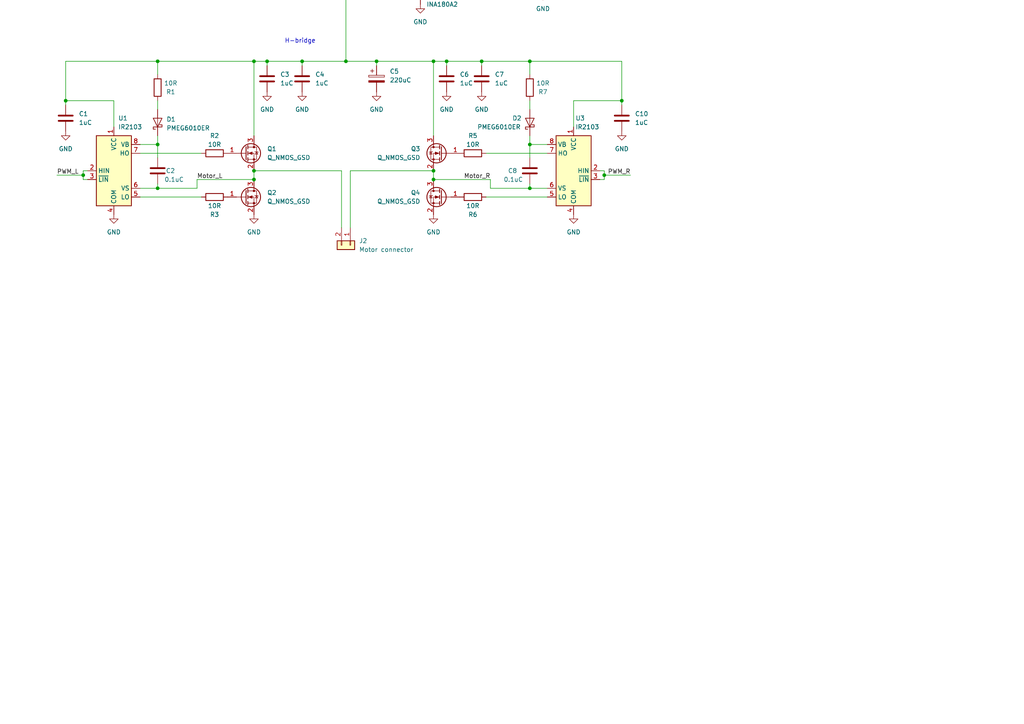
<source format=kicad_sch>
(kicad_sch (version 20211123) (generator eeschema)
  (paper "A4")
  (lib_symbols
    (symbol "Amplifier_Current:INA180A1" (pin_names (offset 0.127))
      (property "Reference" "U" (at 3.81 3.81 0))
      (property "Value" "INA180A1" (at 3.81 -2.54 0))
      (symbol "INA180A1_1_1"
        (pin output line (at 7.62 0 180) (length 2.54) (name "~") (number "1"))
        (pin power_in line (at -2.54 -7.62 90) (length 3.81) (name "GND") (number "2"))
        (pin input line (at -7.62 2.54 0) (length 2.54) (name "+") (number "3"))
        (pin input line (at -7.62 -2.54 0) (length 2.54) (name "-") (number "4"))
        (pin power_in line (at -2.54 7.62 270) (length 3.81) (name "V+") (number "5"))
      )
    )
    (symbol "Connector:DB9_Male" (pin_names (offset 1.016) hide)
      (property "Reference" "J" (at 0 13.97 0))
      (property "Value" "DB9_Male" (at 0 -14.605 0))
      (symbol "DB9_Male_1_1"
        (pin passive line (at -7.62 -10.16 0) (length 3.81) (name "1") (number "1"))
        (pin passive line (at -7.62 -5.08 0) (length 3.81) (name "2") (number "2"))
        (pin passive line (at -7.62 0 0) (length 3.81) (name "3") (number "3"))
        (pin passive line (at -7.62 5.08 0) (length 3.81) (name "4") (number "4"))
        (pin passive line (at -7.62 10.16 0) (length 3.81) (name "5") (number "5"))
        (pin passive line (at -7.62 -7.62 0) (length 3.81) (name "6") (number "6"))
        (pin passive line (at -7.62 -2.54 0) (length 3.81) (name "7") (number "7"))
        (pin passive line (at -7.62 2.54 0) (length 3.81) (name "8") (number "8"))
        (pin passive line (at -7.62 7.62 0) (length 3.81) (name "9") (number "9"))
      )
    )
    (symbol "Connector_Generic:Conn_01x02" (pin_names (offset 1.016) hide)
      (property "Reference" "J" (at 0 2.54 0))
      (property "Value" "Conn_01x02" (at 0 -5.08 0))
      (symbol "Conn_01x02_1_1"
        (pin passive line (at -5.08 0 0) (length 3.81) (name "Pin_1") (number "1"))
        (pin passive line (at -5.08 -2.54 0) (length 3.81) (name "Pin_2") (number "2"))
      )
    )
    (symbol "Connector_Generic:Conn_02x20_Odd_Even" (pin_names (offset 1.016) hide)
      (property "Reference" "J" (at 1.27 25.4 0))
      (property "Value" "Conn_02x20_Odd_Even" (at 1.27 -27.94 0))
      (symbol "Conn_02x20_Odd_Even_1_1"
        (pin passive line (at -5.08 22.86 0) (length 3.81) (name "Pin_1") (number "1"))
        (pin passive line (at 7.62 12.7 180) (length 3.81) (name "Pin_10") (number "10"))
        (pin passive line (at -5.08 10.16 0) (length 3.81) (name "Pin_11") (number "11"))
        (pin passive line (at 7.62 10.16 180) (length 3.81) (name "Pin_12") (number "12"))
        (pin passive line (at -5.08 7.62 0) (length 3.81) (name "Pin_13") (number "13"))
        (pin passive line (at 7.62 7.62 180) (length 3.81) (name "Pin_14") (number "14"))
        (pin passive line (at -5.08 5.08 0) (length 3.81) (name "Pin_15") (number "15"))
        (pin passive line (at 7.62 5.08 180) (length 3.81) (name "Pin_16") (number "16"))
        (pin passive line (at -5.08 2.54 0) (length 3.81) (name "Pin_17") (number "17"))
        (pin passive line (at 7.62 2.54 180) (length 3.81) (name "Pin_18") (number "18"))
        (pin passive line (at -5.08 0 0) (length 3.81) (name "Pin_19") (number "19"))
        (pin passive line (at 7.62 22.86 180) (length 3.81) (name "Pin_2") (number "2"))
        (pin passive line (at 7.62 0 180) (length 3.81) (name "Pin_20") (number "20"))
        (pin passive line (at -5.08 -2.54 0) (length 3.81) (name "Pin_21") (number "21"))
        (pin passive line (at 7.62 -2.54 180) (length 3.81) (name "Pin_22") (number "22"))
        (pin passive line (at -5.08 -5.08 0) (length 3.81) (name "Pin_23") (number "23"))
        (pin passive line (at 7.62 -5.08 180) (length 3.81) (name "Pin_24") (number "24"))
        (pin passive line (at -5.08 -7.62 0) (length 3.81) (name "Pin_25") (number "25"))
        (pin passive line (at 7.62 -7.62 180) (length 3.81) (name "Pin_26") (number "26"))
        (pin passive line (at -5.08 -10.16 0) (length 3.81) (name "Pin_27") (number "27"))
        (pin passive line (at 7.62 -10.16 180) (length 3.81) (name "Pin_28") (number "28"))
        (pin passive line (at -5.08 -12.7 0) (length 3.81) (name "Pin_29") (number "29"))
        (pin passive line (at -5.08 20.32 0) (length 3.81) (name "Pin_3") (number "3"))
        (pin passive line (at 7.62 -12.7 180) (length 3.81) (name "Pin_30") (number "30"))
        (pin passive line (at -5.08 -15.24 0) (length 3.81) (name "Pin_31") (number "31"))
        (pin passive line (at 7.62 -15.24 180) (length 3.81) (name "Pin_32") (number "32"))
        (pin passive line (at -5.08 -17.78 0) (length 3.81) (name "Pin_33") (number "33"))
        (pin passive line (at 7.62 -17.78 180) (length 3.81) (name "Pin_34") (number "34"))
        (pin passive line (at -5.08 -20.32 0) (length 3.81) (name "Pin_35") (number "35"))
        (pin passive line (at 7.62 -20.32 180) (length 3.81) (name "Pin_36") (number "36"))
        (pin passive line (at -5.08 -22.86 0) (length 3.81) (name "Pin_37") (number "37"))
        (pin passive line (at 7.62 -22.86 180) (length 3.81) (name "Pin_38") (number "38"))
        (pin passive line (at -5.08 -25.4 0) (length 3.81) (name "Pin_39") (number "39"))
        (pin passive line (at 7.62 20.32 180) (length 3.81) (name "Pin_4") (number "4"))
        (pin passive line (at 7.62 -25.4 180) (length 3.81) (name "Pin_40") (number "40"))
        (pin passive line (at -5.08 17.78 0) (length 3.81) (name "Pin_5") (number "5"))
        (pin passive line (at 7.62 17.78 180) (length 3.81) (name "Pin_6") (number "6"))
        (pin passive line (at -5.08 15.24 0) (length 3.81) (name "Pin_7") (number "7"))
        (pin passive line (at 7.62 15.24 180) (length 3.81) (name "Pin_8") (number "8"))
        (pin passive line (at -5.08 12.7 0) (length 3.81) (name "Pin_9") (number "9"))
      )
    )
    (symbol "Device:C" (pin_numbers hide) (pin_names (offset 0.254))
      (property "Reference" "C" (at 0.635 2.54 0))
      (property "Value" "C" (at 0.635 -2.54 0))
      (symbol "C_1_1"
        (pin passive line (at 0 3.81 270) (length 2.794) (name "~") (number "1"))
        (pin passive line (at 0 -3.81 90) (length 2.794) (name "~") (number "2"))
      )
    )
    (symbol "Device:C_Polarized" (pin_numbers hide) (pin_names (offset 0.254))
      (property "Reference" "C" (at 0.635 2.54 0))
      (property "Value" "C_Polarized" (at 0.635 -2.54 0))
      (symbol "C_Polarized_1_1"
        (pin passive line (at 0 3.81 270) (length 2.794) (name "~") (number "1"))
        (pin passive line (at 0 -3.81 90) (length 2.794) (name "~") (number "2"))
      )
    )
    (symbol "Device:Q_NMOS_GSD" (pin_names (offset 0) hide)
      (property "Reference" "Q" (at 5.08 1.27 0))
      (property "Value" "Q_NMOS_GSD" (at 5.08 -1.27 0))
      (symbol "Q_NMOS_GSD_1_1"
        (pin input line (at -5.08 0 0) (length 2.54) (name "G") (number "1"))
        (pin passive line (at 2.54 -5.08 90) (length 2.54) (name "S") (number "2"))
        (pin passive line (at 2.54 5.08 270) (length 2.54) (name "D") (number "3"))
      )
    )
    (symbol "Device:R" (pin_numbers hide) (pin_names (offset 0))
      (property "Reference" "R" (at 2.032 0 90))
      (property "Value" "R" (at 0 0 90))
      (symbol "R_1_1"
        (pin passive line (at 0 3.81 270) (length 1.27) (name "~") (number "1"))
        (pin passive line (at 0 -3.81 90) (length 1.27) (name "~") (number "2"))
      )
    )
    (symbol "Diode:PMEG6010ER" (pin_numbers hide) (pin_names hide)
      (property "Reference" "D" (at 0 2.54 0))
      (property "Value" "PMEG6010ER" (at 0 -2.54 0))
      (symbol "PMEG6010ER_1_1"
        (pin passive line (at -3.81 0 0) (length 2.54) (name "K") (number "1"))
        (pin passive line (at 3.81 0 180) (length 2.54) (name "A") (number "2"))
      )
    )
    (symbol "Driver_FET:IR2103"
      (property "Reference" "U" (at 1.27 13.335 0))
      (property "Value" "IR2103" (at 1.27 11.43 0))
      (symbol "IR2103_1_1"
        (pin power_in line (at 0 12.7 270) (length 2.54) (name "VCC") (number "1"))
        (pin input line (at -7.62 0 0) (length 2.54) (name "HIN") (number "2"))
        (pin input line (at -7.62 -2.54 0) (length 2.54) (name "~{LIN}") (number "3"))
        (pin power_in line (at 0 -12.7 90) (length 2.54) (name "COM") (number "4"))
        (pin output line (at 7.62 -7.62 180) (length 2.54) (name "LO") (number "5"))
        (pin passive line (at 7.62 -5.08 180) (length 2.54) (name "VS") (number "6"))
        (pin output line (at 7.62 5.08 180) (length 2.54) (name "HO") (number "7"))
        (pin passive line (at 7.62 7.62 180) (length 2.54) (name "VB") (number "8"))
      )
    )
    (symbol "Interface_UART_custom:SP3243E"
      (property "Reference" "U" (at -7.62 15.24 0))
      (property "Value" "SP3243E" (at 5.08 15.24 0))
      (symbol "SP3243E_1_1"
        (pin passive line (at -10.16 5.08 0) (length 2.54) (name "C2+") (number "1"))
        (pin output line (at 11.43 -3.81 180) (length 2.54) (name "DOUT2") (number "10"))
        (pin output line (at 11.43 -6.35 180) (length 2.54) (name "DOUT3") (number "11"))
        (pin input line (at -10.16 -6.35 0) (length 2.54) (name "DIN3") (number "12"))
        (pin input line (at -10.16 -3.81 0) (length 2.54) (name "DIN2") (number "13"))
        (pin input line (at -10.16 -1.27 0) (length 2.54) (name "DIN1") (number "14"))
        (pin output line (at -10.16 -22.86 0) (length 2.54) (name "ROUT5") (number "15"))
        (pin output line (at -10.16 -20.32 0) (length 2.54) (name "ROUT4") (number "16"))
        (pin output line (at -10.16 -17.78 0) (length 2.54) (name "ROUT3") (number "17"))
        (pin output line (at -10.16 -12.7 0) (length 2.54) (name "ROUT2") (number "18"))
        (pin output line (at -10.16 -10.16 0) (length 2.54) (name "ROUT1") (number "19"))
        (pin passive line (at -10.16 2.54 0) (length 2.54) (name "C2-") (number "2"))
        (pin output line (at -10.16 -15.24 0) (length 2.54) (name "~{ROUT2}") (number "20"))
        (pin input line (at -10.16 -26.67 0) (length 2.54) (name "~{STATUS}") (number "21"))
        (pin input line (at -10.16 -29.21 0) (length 2.54) (name "~{SDWN}") (number "22"))
        (pin output line (at 11.43 -29.21 180) (length 2.54) (name "~{ONLINE}") (number "23"))
        (pin passive line (at -10.16 8.89 0) (length 2.54) (name "C1-") (number "24"))
        (pin power_in line (at 0 -34.29 90) (length 2.54) (name "GND") (number "25"))
        (pin power_in line (at 0 16.51 270) (length 2.54) (name "VCC") (number "26"))
        (pin power_in line (at 11.43 11.43 180) (length 2.54) (name "V+") (number "27"))
        (pin passive line (at -10.16 11.43 0) (length 2.54) (name "C1+") (number "28"))
        (pin power_in line (at 11.43 8.89 180) (length 2.54) (name "V-") (number "3"))
        (pin input line (at 11.43 -10.16 180) (length 2.54) (name "RIN1") (number "4"))
        (pin input line (at 11.43 -12.7 180) (length 2.54) (name "RIN2") (number "5"))
        (pin input line (at 11.43 -17.78 180) (length 2.54) (name "RIN3") (number "6"))
        (pin input line (at 11.43 -20.32 180) (length 2.54) (name "RIN4") (number "7"))
        (pin input line (at 11.43 -22.86 180) (length 2.54) (name "RIN5") (number "8"))
        (pin output line (at 11.43 -1.27 180) (length 2.54) (name "DOUT1") (number "9"))
      )
    )
    (symbol "power:+12V" (power) (pin_names (offset 0))
      (property "Value" "+12V" (at 0 3.556 0))
      (symbol "+12V_1_1"
        (pin power_in line (at 0 0 90) (length 0) hide (name "+12V") (number "1"))
      )
    )
    (symbol "power:+3V3" (power) (pin_names (offset 0))
      (property "Value" "+3V3" (at 0 3.556 0))
      (symbol "+3V3_1_1"
        (pin power_in line (at 0 0 90) (length 0) hide (name "+3V3") (number "1"))
      )
    )
    (symbol "power:+5V" (power) (pin_names (offset 0))
      (property "Value" "+5V" (at 0 3.556 0))
      (symbol "+5V_1_1"
        (pin power_in line (at 0 0 90) (length 0) hide (name "+5V") (number "1"))
      )
    )
    (symbol "power:GND" (power) (pin_names (offset 0))
      (property "Value" "GND" (at 0 -3.81 0))
      (symbol "GND_1_1"
        (pin power_in line (at 0 0 270) (length 0) hide (name "GND") (number "1"))
      )
    )
    (symbol "power:VBUS" (power) (pin_names (offset 0))
      (property "Value" "VBUS" (at 0 3.81 0))
      (symbol "VBUS_1_1"
        (pin power_in line (at 0 0 90) (length 0) hide (name "VBUS") (number "1"))
      )
    )
  )
  (junction (at 24.13 50.8))
  (junction (at -109.22 93.98))
  (junction (at 109.22 17.78))
  (junction (at -109.22 181.61))
  (junction (at 175.26 50.8))
  (junction (at 100.33 17.78))
  (junction (at 45.72 17.78))
  (junction (at 45.72 54.61))
  (junction (at -109.22 152.4))
  (junction (at 125.73 52.07))
  (junction (at 180.34 29.21))
  (junction (at 73.66 52.07))
  (junction (at 45.72 41.91))
  (junction (at 73.66 49.53))
  (junction (at 139.7 17.78))
  (junction (at -91.44 181.61))
  (junction (at 73.66 17.78))
  (junction (at -91.44 93.98))
  (junction (at 153.67 17.78))
  (junction (at 153.67 54.61))
  (junction (at 129.54 17.78))
  (junction (at -91.44 152.4))
  (junction (at 100.33 -11.43))
  (junction (at 77.47 17.78))
  (junction (at -109.22 123.19))
  (junction (at 100.33 -1.27))
  (junction (at 87.63 17.78))
  (junction (at 153.67 41.91))
  (junction (at 125.73 49.53))
  (junction (at -91.44 123.19))
  (junction (at 125.73 17.78))
  (junction (at 19.05 29.21))
  (wire (pts (xy 140.97 44.45) (xy 158.75 44.45)))
  (wire (pts (xy 45.72 29.21) (xy 45.72 31.75)))
  (wire (pts (xy 369.57 93.98) (xy 374.65 93.98)))
  (wire (pts (xy 318.77 91.44) (xy 323.85 91.44)))
  (wire (pts (xy 45.72 17.78) (xy 45.72 21.59)))
  (wire (pts (xy 345.44 82.55) (xy 350.52 82.55)))
  (wire (pts (xy 326.39 20.32) (xy 326.39 25.4)))
  (wire (pts (xy 153.67 17.78) (xy 180.34 17.78)))
  (wire (pts (xy 129.54 17.78) (xy 125.73 17.78)))
  (wire (pts (xy 369.57 91.44) (xy 374.65 91.44)))
  (wire (pts (xy 175.26 49.53) (xy 175.26 50.8)))
  (wire (pts (xy 345.44 104.14) (xy 350.52 104.14)))
  (wire (pts (xy -110.49 125.73) (xy -110.49 127)))
  (wire (pts (xy 318.77 85.09) (xy 323.85 85.09)))
  (wire (pts (xy 109.22 17.78) (xy 125.73 17.78)))
  (wire (pts (xy 73.66 49.53) (xy 99.06 49.53)))
  (wire (pts (xy 113.03 -3.81) (xy 113.03 -1.27)))
  (wire (pts (xy -91.44 181.61) (xy -85.09 181.61)))
  (wire (pts (xy 140.97 57.15) (xy 158.75 57.15)))
  (wire (pts (xy 129.54 17.78) (xy 129.54 19.05)))
  (wire (pts (xy 24.13 50.8) (xy 24.13 52.07)))
  (wire (pts (xy 100.33 -2.54) (xy 100.33 -1.27)))
  (wire (pts (xy 100.33 -11.43) (xy 100.33 -13.97)))
  (wire (pts (xy 153.67 54.61) (xy 142.24 54.61)))
  (wire (pts (xy 125.73 17.78) (xy 125.73 39.37)))
  (wire (pts (xy 33.02 29.21) (xy 19.05 29.21)))
  (wire (pts (xy 153.67 29.21) (xy 153.67 31.75)))
  (wire (pts (xy -111.76 125.73) (xy -110.49 125.73)))
  (wire (pts (xy 100.33 17.78) (xy 109.22 17.78)))
  (wire (pts (xy 374.65 111.76) (xy 373.38 111.76)))
  (wire (pts (xy 24.13 49.53) (xy 24.13 50.8)))
  (wire (pts (xy -111.76 123.19) (xy -109.22 123.19)))
  (wire (pts (xy 153.67 41.91) (xy 158.75 41.91)))
  (wire (pts (xy 73.66 17.78) (xy 77.47 17.78)))
  (wire (pts (xy -109.22 181.61) (xy -101.6 181.61)))
  (wire (pts (xy -111.76 181.61) (xy -109.22 181.61)))
  (wire (pts (xy 45.72 41.91) (xy 45.72 45.72)))
  (wire (pts (xy 326.39 43.18) (xy 326.39 48.26)))
  (wire (pts (xy 318.77 88.9) (xy 323.85 88.9)))
  (wire (pts (xy 369.57 109.22) (xy 374.65 109.22)))
  (wire (pts (xy 101.6 49.53) (xy 125.73 49.53)))
  (wire (pts (xy 340.36 20.32) (xy 340.36 25.4)))
  (wire (pts (xy 73.66 49.53) (xy 73.66 52.07)))
  (wire (pts (xy -91.44 152.4) (xy -85.09 152.4)))
  (wire (pts (xy 173.99 52.07) (xy 175.26 52.07)))
  (wire (pts (xy 345.44 97.79) (xy 350.52 97.79)))
  (wire (pts (xy 24.13 49.53) (xy 25.4 49.53)))
  (wire (pts (xy 87.63 17.78) (xy 87.63 19.05)))
  (wire (pts (xy -93.98 181.61) (xy -91.44 181.61)))
  (wire (pts (xy 19.05 29.21) (xy 19.05 30.48)))
  (wire (pts (xy 345.44 95.25) (xy 350.52 95.25)))
  (wire (pts (xy 142.24 54.61) (xy 142.24 52.07)))
  (wire (pts (xy 369.57 104.14) (xy 374.65 104.14)))
  (wire (pts (xy 318.77 82.55) (xy 323.85 82.55)))
  (wire (pts (xy 101.6 49.53) (xy 101.6 66.04)))
  (wire (pts (xy 369.57 99.06) (xy 374.65 99.06)))
  (wire (pts (xy 373.38 111.76) (xy 373.38 113.03)))
  (wire (pts (xy 19.05 17.78) (xy 45.72 17.78)))
  (wire (pts (xy 87.63 17.78) (xy 100.33 17.78)))
  (wire (pts (xy -91.44 123.19) (xy -85.09 123.19)))
  (wire (pts (xy 369.57 101.6) (xy 374.65 101.6)))
  (wire (pts (xy 45.72 53.34) (xy 45.72 54.61)))
  (wire (pts (xy 40.64 44.45) (xy 58.42 44.45)))
  (wire (pts (xy -110.49 184.15) (xy -110.49 185.42)))
  (wire (pts (xy 99.06 49.53) (xy 99.06 66.04)))
  (wire (pts (xy 153.67 17.78) (xy 153.67 21.59)))
  (wire (pts (xy -111.76 184.15) (xy -110.49 184.15)))
  (wire (pts (xy -110.49 154.94) (xy -110.49 156.21)))
  (wire (pts (xy 180.34 29.21) (xy 180.34 30.48)))
  (wire (pts (xy 166.37 36.83) (xy 166.37 29.21)))
  (wire (pts (xy 100.33 -1.27) (xy 100.33 17.78)))
  (wire (pts (xy 109.22 17.78) (xy 109.22 19.05)))
  (wire (pts (xy -111.76 154.94) (xy -110.49 154.94)))
  (wire (pts (xy -93.98 152.4) (xy -91.44 152.4)))
  (wire (pts (xy 345.44 100.33) (xy 350.52 100.33)))
  (wire (pts (xy -93.98 123.19) (xy -91.44 123.19)))
  (wire (pts (xy 25.4 52.07) (xy 24.13 52.07)))
  (wire (pts (xy -111.76 96.52) (xy -110.49 96.52)))
  (wire (pts (xy 153.67 41.91) (xy 153.67 45.72)))
  (wire (pts (xy 139.7 17.78) (xy 129.54 17.78)))
  (wire (pts (xy 77.47 17.78) (xy 87.63 17.78)))
  (wire (pts (xy 113.03 -8.89) (xy 113.03 -11.43)))
  (wire (pts (xy 125.73 52.07) (xy 142.24 52.07)))
  (wire (pts (xy -111.76 152.4) (xy -109.22 152.4)))
  (wire (pts (xy -109.22 152.4) (xy -101.6 152.4)))
  (wire (pts (xy 345.44 85.09) (xy 350.52 85.09)))
  (wire (pts (xy 340.36 55.88) (xy 340.36 60.96)))
  (wire (pts (xy -91.44 93.98) (xy -85.09 93.98)))
  (wire (pts (xy 57.15 52.07) (xy 57.15 54.61)))
  (wire (pts (xy 139.7 17.78) (xy 153.67 17.78)))
  (wire (pts (xy 116.84 -3.81) (xy 113.03 -3.81)))
  (wire (pts (xy 369.57 96.52) (xy 374.65 96.52)))
  (wire (pts (xy 340.36 33.02) (xy 340.36 38.1)))
  (wire (pts (xy -109.22 93.98) (xy -101.6 93.98)))
  (wire (pts (xy 116.84 -8.89) (xy 113.03 -8.89)))
  (wire (pts (xy -109.22 123.19) (xy -101.6 123.19)))
  (wire (pts (xy 158.75 54.61) (xy 153.67 54.61)))
  (wire (pts (xy 40.64 57.15) (xy 58.42 57.15)))
  (wire (pts (xy 45.72 39.37) (xy 45.72 41.91)))
  (wire (pts (xy 73.66 52.07) (xy 57.15 52.07)))
  (wire (pts (xy 175.26 50.8) (xy 175.26 52.07)))
  (wire (pts (xy 113.03 -1.27) (xy 100.33 -1.27)))
  (wire (pts (xy 33.02 36.83) (xy 33.02 29.21)))
  (wire (pts (xy -111.76 93.98) (xy -109.22 93.98)))
  (wire (pts (xy 326.39 33.02) (xy 326.39 38.1)))
  (wire (pts (xy 345.44 106.68) (xy 350.52 106.68)))
  (wire (pts (xy 345.44 114.3) (xy 350.52 114.3)))
  (wire (pts (xy 153.67 39.37) (xy 153.67 41.91)))
  (wire (pts (xy 100.33 -10.16) (xy 100.33 -11.43)))
  (wire (pts (xy 45.72 17.78) (xy 73.66 17.78)))
  (wire (pts (xy 19.05 17.78) (xy 19.05 29.21)))
  (wire (pts (xy 153.67 53.34) (xy 153.67 54.61)))
  (wire (pts (xy 125.73 49.53) (xy 125.73 52.07)))
  (wire (pts (xy 113.03 -11.43) (xy 100.33 -11.43)))
  (wire (pts (xy 166.37 29.21) (xy 180.34 29.21)))
  (wire (pts (xy 40.64 41.91) (xy 45.72 41.91)))
  (wire (pts (xy 57.15 54.61) (xy 45.72 54.61)))
  (wire (pts (xy 45.72 54.61) (xy 40.64 54.61)))
  (wire (pts (xy 139.7 19.05) (xy 139.7 17.78)))
  (wire (pts (xy 16.51 50.8) (xy 24.13 50.8)))
  (wire (pts (xy -110.49 96.52) (xy -110.49 97.79)))
  (wire (pts (xy 345.44 116.84) (xy 350.52 116.84)))
  (wire (pts (xy 345.44 111.76) (xy 350.52 111.76)))
  (wire (pts (xy 369.57 106.68) (xy 374.65 106.68)))
  (wire (pts (xy -93.98 93.98) (xy -91.44 93.98)))
  (wire (pts (xy 73.66 17.78) (xy 73.66 39.37)))
  (wire (pts (xy 175.26 50.8) (xy 182.88 50.8)))
  (wire (pts (xy 180.34 17.78) (xy 180.34 29.21)))
  (wire (pts (xy 77.47 17.78) (xy 77.47 19.05)))
  (wire (pts (xy 175.26 49.53) (xy 173.99 49.53)))
  (text "RS232 Level Translator" (at 322.58 11.43 0) (effects (font (size 1.27 1.27)) (justify left bottom)))
  (text "Current measurement" (at 125.73 -15.24 0) (effects (font (size 1.27 1.27)) (justify left bottom)))
  (text "H-bridge" (at 82.55 12.7 0) (effects (font (size 1.27 1.27)) (justify left bottom)))
  (label "RX" (at 350.52 104.14 180))
  (label "C2-" (at 318.77 91.44 0))
  (label "V+" (at 340.36 60.96 90))
  (label "C1-" (at 318.77 85.09 0))
  (label "PWM_R" (at 182.88 50.8 180))
  (label "PWM_L" (at 16.51 50.8 0))
  (label "DSR" (at 369.57 93.98 0))
  (label "V-" (at 326.39 43.18 270))
  (label "DCD" (at 369.57 91.44 0))
  (label "DTR" (at 350.52 97.79 180))
  (label "SW01" (at -85.09 123.19 180))
  (label "DTR" (at 369.57 106.68 0))
  (label "V+" (at 350.52 82.55 180))
  (label "SW00" (at -85.09 93.98 180))
  (label "C2+" (at 340.36 20.32 270))
  (label "V-" (at 350.52 85.09 180))
  (label "Motor_R" (at 142.24 52.07 180))
  (label "C1+" (at 326.39 20.32 270))
  (label "SW11" (at -85.09 181.61 180))
  (label "RX" (at 369.57 96.52 0))
  (label "TX" (at 350.52 95.25 180))
  (label "SW10" (at -85.09 152.4 180))
  (label "RTS" (at 350.52 100.33 180))
  (label "TX" (at 369.57 101.6 0))
  (label "C1+" (at 318.77 82.55 0))
  (label "RI" (at 350.52 114.3 180))
  (label "C1-" (at 326.39 38.1 90))
  (label "C2+" (at 318.77 88.9 0))
  (label "CTS" (at 369.57 104.14 0))
  (label "DSR" (at 350.52 111.76 180))
  (label "CTS" (at 350.52 106.68 180))
  (label "RI" (at 369.57 109.22 0))
  (label "Motor_L" (at 57.15 52.07 0))
  (label "RTS" (at 369.57 99.06 0))
  (label "DCD" (at 350.52 116.84 180))
  (label "C2-" (at 340.36 38.1 90))
  (hierarchical_label "Motor_A_Sense" (shape output) (at 132.08 -6.35 0))
  (symbol (lib_id "power:GND") (at 125.73 62.23 0) (unit 1)
    (property "Reference" "#PWR010" (effects hide))
    (property "Value" "GND" (at 125.73 67.31 0))
  )
  (symbol (lib_id "power:GND") (at -110.49 156.21 0) (unit 1)
    (property "Reference" "#PWR019" (effects hide))
    (property "Value" "GND" (at -110.49 161.29 0))
  )
  (symbol (lib_id "Device:R") (at 62.23 57.15 90) (unit 1)
    (property "Reference" "R3" (at 62.23 62.23 90))
    (property "Value" "10R" (at 62.23 59.69 90))
    (property "Footprint" "Resistor_SMD:R_0805_2012Metric_Pad1.20x1.40mm_HandSolder" (effects hide))
    (property "Datasheet" "https://datasheet.lcsc.com/lcsc/1810311320_YAGEO-AC0805JR-0710RL_C144537.pdf" (effects hide))
    (property "Manufacturer Part Number" "AC0805JR-0710RL" (effects hide))
  )
  (symbol (lib_id "power:GND") (at -110.49 97.79 0) (unit 1)
    (property "Reference" "#PWR017" (effects hide))
    (property "Value" "GND" (at -110.49 102.87 0))
  )
  (symbol (lib_id "Device:C") (at 326.39 29.21 180) (unit 1)
    (property "Reference" "C15" (at 330.2 27.9399 0) (effects (justify right)))
    (property "Value" "0.1uC" (at 330.2 30.4799 0) (effects (justify right)))
    (property "Footprint" "Capacitor_SMD:C_0805_2012Metric_Pad1.18x1.45mm_HandSolder" (effects hide))
    (property "Datasheet" "https://datasheet.lcsc.com/lcsc/2006111832_YAGEO-CC0805KRX7R8BB104_C519981.pdf" (effects hide))
    (property "Manufacturer Part Number" "CC0805KRX7R8BB104" (effects hide))
  )
  (symbol (lib_id "power:+5V") (at -109.22 86.36 0) (unit 1)
    (property "Reference" "#PWR021" (effects hide))
    (property "Value" "+5V" (at -111.76 82.55 0) (effects (justify left)))
  )
  (symbol (lib_id "Diode:PMEG6010ER") (at 153.67 35.56 90) (unit 1)
    (property "Reference" "D2" (at 148.59 34.29 90) (effects (justify right)))
    (property "Value" "PMEG6010ER" (at 138.43 36.83 90) (effects (justify right)))
    (property "Footprint" "Diode_SMD:Nexperia_CFP3_SOD-123W" (effects hide))
    (property "Datasheet" "https://datasheet.lcsc.com/lcsc/1912111437_Nexperia-PMEG6010ER-115_C456121.pdf" (effects hide))
    (property "Manufacturer Part Number" "PMEG6010ER,115" (effects hide))
  )
  (symbol (lib_id "power:GND") (at 73.66 62.23 0) (unit 1)
    (property "Reference" "#PWR03" (effects hide))
    (property "Value" "GND" (at 73.66 67.31 0))
  )
  (symbol (lib_id "power:GND") (at 157.48 -2.54 0) (unit 1)
    (property "Reference" "#PWR014" (effects hide))
    (property "Value" "GND" (at 157.48 2.54 0))
  )
  (symbol (lib_id "Device:C") (at 139.7 22.86 0) (unit 1)
    (property "Reference" "C7" (at 143.51 21.5899 0) (effects (justify left)))
    (property "Value" "1uC" (at 143.51 24.1299 0) (effects (justify left)))
    (property "Footprint" "Capacitor_SMD:C_0805_2012Metric_Pad1.18x1.45mm_HandSolder" (effects hide))
    (property "Datasheet" "https://datasheet.lcsc.com/lcsc/1810201241_Murata-Electronics-GCM21BR71E105KA56L_C85865.pdf" (effects hide))
    (property "Manufacturer Part Number" "GCM21BR71E105KA56L" (effects hide))
  )
  (symbol (lib_id "Connector_Generic:Conn_01x02") (at -116.84 184.15 180) (unit 1)
    (property "Reference" "J6" (at -116.84 175.26 0))
    (property "Value" "SW1 switch" (at -116.84 177.8 0))
    (property "Footprint" "Connector_JST:JST_PH_B2B-PH-K_1x02_P2.00mm_Vertical" (effects hide))
    (property "Manufacturer Part Number" "N/A" (effects hide))
  )
  (symbol (lib_id "Device:C") (at 129.54 22.86 0) (unit 1)
    (property "Reference" "C6" (at 133.35 21.5899 0) (effects (justify left)))
    (property "Value" "1uC" (at 133.35 24.1299 0) (effects (justify left)))
    (property "Footprint" "Capacitor_SMD:C_0805_2012Metric_Pad1.18x1.45mm_HandSolder" (effects hide))
    (property "Datasheet" "https://datasheet.lcsc.com/lcsc/1810201241_Murata-Electronics-GCM21BR71E105KA56L_C85865.pdf" (effects hide))
    (property "Manufacturer Part Number" "GCM21BR71E105KA56L" (effects hide))
  )
  (symbol (lib_id "power:GND") (at 354.33 55.88 0) (unit 1)
    (property "Reference" "#PWR034" (effects hide))
    (property "Value" "GND" (at 354.33 60.96 0))
  )
  (symbol (lib_id "Device:C") (at -91.44 185.42 0) (mirror y) (unit 1)
    (property "Reference" "C14" (at -83.82 185.42 0) (effects (justify left)))
    (property "Value" "0.1uC" (at -82.55 187.96 0) (effects (justify left)))
    (property "Footprint" "Capacitor_SMD:C_0805_2012Metric_Pad1.18x1.45mm_HandSolder" (effects hide))
    (property "Datasheet" "https://datasheet.lcsc.com/lcsc/2006111832_YAGEO-CC0805KRX7R8BB104_C519981.pdf" (effects hide))
    (property "Manufacturer Part Number" "CC0805KRX7R8BB104" (effects hide))
  )
  (symbol (lib_id "Device:R") (at -97.79 123.19 90) (unit 1)
    (property "Reference" "R13" (at -97.79 116.84 90))
    (property "Value" "10kR" (at -97.79 119.38 90))
    (property "Footprint" "Resistor_SMD:R_0805_2012Metric_Pad1.20x1.40mm_HandSolder" (effects hide))
    (property "Datasheet" "https://datasheet.lcsc.com/lcsc/1810201611_YAGEO-RC0805FR-0710KL_C84376.pdf" (effects hide))
    (property "Manufacturer Part Number" "RC0805FR-0710KL" (effects hide))
  )
  (symbol (lib_id "Connector_Generic:Conn_01x02") (at -116.84 154.94 180) (unit 1)
    (property "Reference" "J5" (at -116.84 146.05 0))
    (property "Value" "SW1 switch" (at -116.84 148.59 0))
    (property "Footprint" "Connector_JST:JST_PH_B2B-PH-K_1x02_P2.00mm_Vertical" (effects hide))
    (property "Manufacturer Part Number" "N/A" (effects hide))
  )
  (symbol (lib_id "Device:Q_NMOS_GSD") (at 71.12 44.45 0) (unit 1)
    (property "Reference" "Q1" (at 77.47 43.1799 0) (effects (justify left)))
    (property "Value" "Q_NMOS_GSD" (at 77.47 45.7199 0) (effects (justify left)))
    (property "Footprint" "Package_TO_SOT_SMD:SOT-23" (effects hide))
  )
  (symbol (lib_id "Device:Q_NMOS_GSD") (at 128.27 57.15 0) (mirror y) (unit 1)
    (property "Reference" "Q4" (at 121.92 55.8799 0) (effects (justify left)))
    (property "Value" "Q_NMOS_GSD" (at 121.92 58.4199 0) (effects (justify left)))
    (property "Footprint" "Package_TO_SOT_SMD:SOT-23" (effects hide))
  )
  (symbol (lib_id "power:GND") (at 334.01 128.27 0) (unit 1)
    (property "Reference" "#PWR031" (effects hide))
    (property "Value" "GND" (at 334.01 133.35 0))
  )
  (symbol (lib_id "Driver_FET:IR2103") (at 33.02 49.53 0) (unit 1)
    (property "Reference" "U1" (at 34.29 34.29 0) (effects (justify left)))
    (property "Value" "IR2103" (at 34.29 36.83 0) (effects (justify left)))
    (property "Footprint" "Package_SO:SOIC-8_3.9x4.9mm_P1.27mm" (effects hide))
    (property "Datasheet" "https://datasheet.lcsc.com/lcsc/1810041210_Infineon-Technologies-IR2103STRPBF_C2957.pdf" (effects hide))
    (property "Manufacturer Part Number" "IR2103STRPBF" (effects hide))
  )
  (symbol (lib_id "Device:C_Polarized") (at 109.22 22.86 0) (unit 1)
    (property "Reference" "C5" (at 113.03 20.7009 0) (effects (justify left)))
    (property "Value" "220uC" (at 113.03 23.2409 0) (effects (justify left)))
    (property "Footprint" "Capacitor_THT:CP_Radial_D8.0mm_P3.50mm" (effects hide))
    (property "Datasheet" "https://datasheet.lcsc.com/lcsc/1912111437_Rubycon-25YXF220MEFC8X11-5_C368593.pdf" (effects hide))
    (property "Manufacturer Part Number" "25YXF220MEFC8X11.5" (effects hide))
  )
  (symbol (lib_id "power:GND") (at 121.92 1.27 0) (unit 1)
    (property "Reference" "#PWR09" (effects hide))
    (property "Value" "GND" (at 121.92 6.35 0))
  )
  (symbol (lib_id "Amplifier_Current:INA180A1") (at 124.46 -6.35 0) (unit 1)
    (property "Reference" "U2" (at 125.73 -1.27 0))
    (property "Value" "INA180A2" (at 128.27 1.27 0))
    (property "Footprint" "Package_TO_SOT_SMD:SOT-23-5_HandSoldering" (effects hide))
    (property "Datasheet" "http://www.ti.com/lit/ds/symlink/ina180.pdf" (effects hide))
    (property "Manufacturer Part Number" "INA180A2IDBVR" (effects hide))
  )
  (symbol (lib_id "Device:C") (at 180.34 34.29 0) (unit 1)
    (property "Reference" "C10" (at 184.15 33.0199 0) (effects (justify left)))
    (property "Value" "1uC" (at 184.15 35.5599 0) (effects (justify left)))
    (property "Footprint" "Capacitor_SMD:C_0805_2012Metric_Pad1.18x1.45mm_HandSolder" (effects hide))
    (property "Datasheet" "https://datasheet.lcsc.com/lcsc/1810201241_Murata-Electronics-GCM21BR71E105KA56L_C85865.pdf" (effects hide))
    (property "Manufacturer Part Number" "GCM21BR71E105KA56L" (effects hide))
  )
  (symbol (lib_id "Device:C") (at 157.48 -6.35 0) (mirror y) (unit 1)
    (property "Reference" "C9" (at 165.1 -6.35 0) (effects (justify left)))
    (property "Value" "0.1uC" (at 166.37 -3.81 0) (effects (justify left)))
    (property "Footprint" "Capacitor_SMD:C_0805_2012Metric_Pad1.18x1.45mm_HandSolder" (effects hide))
    (property "Datasheet" "https://datasheet.lcsc.com/lcsc/2006111832_YAGEO-CC0805KRX7R8BB104_C519981.pdf" (effects hide))
    (property "Manufacturer Part Number" "CC0805KRX7R8BB104" (effects hide))
  )
  (symbol (lib_id "power:GND") (at -91.44 160.02 0) (unit 1)
    (property "Reference" "#PWR027" (effects hide))
    (property "Value" "GND" (at -91.44 165.1 0))
  )
  (symbol (lib_id "power:GND") (at 19.05 38.1 0) (unit 1)
    (property "Reference" "#PWR01" (effects hide))
    (property "Value" "GND" (at 19.05 43.18 0))
  )
  (symbol (lib_id "Device:C") (at -91.44 156.21 0) (mirror y) (unit 1)
    (property "Reference" "C13" (at -83.82 156.21 0) (effects (justify left)))
    (property "Value" "0.1uC" (at -82.55 158.75 0) (effects (justify left)))
    (property "Footprint" "Capacitor_SMD:C_0805_2012Metric_Pad1.18x1.45mm_HandSolder" (effects hide))
    (property "Datasheet" "https://datasheet.lcsc.com/lcsc/2006111832_YAGEO-CC0805KRX7R8BB104_C519981.pdf" (effects hide))
    (property "Manufacturer Part Number" "CC0805KRX7R8BB104" (effects hide))
  )
  (symbol (lib_id "Device:R") (at 137.16 57.15 90) (unit 1)
    (property "Reference" "R6" (at 137.16 62.23 90))
    (property "Value" "10R" (at 137.16 59.69 90))
    (property "Footprint" "Resistor_SMD:R_0805_2012Metric_Pad1.20x1.40mm_HandSolder" (effects hide))
    (property "Datasheet" "https://datasheet.lcsc.com/lcsc/1810311320_YAGEO-AC0805JR-0710RL_C144537.pdf" (effects hide))
    (property "Manufacturer Part Number" "AC0805JR-0710RL" (effects hide))
  )
  (symbol (lib_id "power:+5V") (at -109.22 144.78 0) (unit 1)
    (property "Reference" "#PWR023" (effects hide))
    (property "Value" "+5V" (at -111.76 140.97 0) (effects (justify left)))
  )
  (symbol (lib_id "Device:Q_NMOS_GSD") (at 128.27 44.45 0) (mirror y) (unit 1)
    (property "Reference" "Q3" (at 121.92 43.1799 0) (effects (justify left)))
    (property "Value" "Q_NMOS_GSD" (at 121.92 45.7199 0) (effects (justify left)))
    (property "Footprint" "Package_TO_SOT_SMD:SOT-23" (effects hide))
  )
  (symbol (lib_id "Connector_Generic:Conn_01x02") (at -116.84 125.73 180) (unit 1)
    (property "Reference" "J4" (at -116.84 116.84 0))
    (property "Value" "SW0 switch" (at -116.84 119.38 0))
    (property "Footprint" "Connector_JST:JST_PH_B2B-PH-K_1x02_P2.00mm_Vertical" (effects hide))
    (property "Manufacturer Part Number" "N/A" (effects hide))
  )
  (symbol (lib_id "power:GND") (at 77.47 26.67 0) (unit 1)
    (property "Reference" "#PWR04" (effects hide))
    (property "Value" "GND" (at 77.47 31.75 0))
  )
  (symbol (lib_id "Connector_Generic:Conn_01x02") (at -116.84 96.52 180) (unit 1)
    (property "Reference" "J3" (at -116.84 87.63 0))
    (property "Value" "SW0 switch" (at -116.84 90.17 0))
    (property "Footprint" "Connector_JST:JST_PH_B2B-PH-K_1x02_P2.00mm_Vertical" (effects hide))
    (property "Manufacturer Part Number" "N/A" (effects hide))
  )
  (symbol (lib_id "power:GND") (at 373.38 113.03 0) (unit 1)
    (property "Reference" "#PWR035" (effects hide))
    (property "Value" "GND" (at 373.38 118.11 0))
  )
  (symbol (lib_id "power:GND") (at -110.49 185.42 0) (unit 1)
    (property "Reference" "#PWR020" (effects hide))
    (property "Value" "GND" (at -110.49 190.5 0))
  )
  (symbol (lib_id "Device:R") (at 153.67 25.4 0) (unit 1)
    (property "Reference" "R7" (at 157.48 26.67 0))
    (property "Value" "10R" (at 157.48 24.13 0))
    (property "Footprint" "Resistor_SMD:R_0805_2012Metric_Pad1.20x1.40mm_HandSolder" (effects hide))
    (property "Datasheet" "https://datasheet.lcsc.com/lcsc/1810311320_YAGEO-AC0805JR-0710RL_C144537.pdf" (effects hide))
    (property "Manufacturer Part Number" "AC0805JR-0710RL" (effects hide))
  )
  (symbol (lib_id "Device:C") (at 19.05 34.29 0) (unit 1)
    (property "Reference" "C1" (at 22.86 33.0199 0) (effects (justify left)))
    (property "Value" "1uC" (at 22.86 35.5599 0) (effects (justify left)))
    (property "Footprint" "Capacitor_SMD:C_0805_2012Metric_Pad1.18x1.45mm_HandSolder" (effects hide))
    (property "Datasheet" "https://datasheet.lcsc.com/lcsc/1810201241_Murata-Electronics-GCM21BR71E105KA56L_C85865.pdf" (effects hide))
    (property "Manufacturer Part Number" "GCM21BR71E105KA56L" (effects hide))
  )
  (symbol (lib_id "power:GND") (at 109.22 26.67 0) (unit 1)
    (property "Reference" "#PWR07" (effects hide))
    (property "Value" "GND" (at 109.22 31.75 0))
  )
  (symbol (lib_id "Device:R") (at 100.33 -6.35 180) (unit 1)
    (property "Reference" "R4" (at 102.87 -7.6201 0) (effects (justify right)))
    (property "Value" "20mR" (at 102.87 -5.0801 0) (effects (justify right)))
    (property "Footprint" "Resistor_SMD:R_2512_6332Metric_Pad1.40x3.35mm_HandSolder" (effects hide))
    (property "Datasheet" "https://datasheet.lcsc.com/lcsc/1912111437_YAGEO-RL2512FK-070R02L_C326611.pdf" (effects hide))
    (property "Manufacturer Part Number" "RL2512FK-070R02L" (effects hide))
  )
  (symbol (lib_id "Interface_UART_custom:SP3243E") (at 334.01 93.98 0) (unit 1)
    (property "Reference" "U4" (at 336.0294 74.93 0) (effects (justify left)))
    (property "Value" "SP3243E" (at 336.0294 77.47 0) (effects (justify left)))
    (property "Footprint" "Package_SO:TSSOP-28_4.4x9.7mm_P0.65mm" (effects hide))
    (property "Datasheet" "https://datasheet.lcsc.com/lcsc/2010291008_MaxLinear-SP3243EBEY-L-TR_C702759.pdf" (effects hide))
    (property "Manufacturer Part Number" "SP3243EBEY-L/TR" (effects hide))
  )
  (symbol (lib_id "power:GND") (at 33.02 62.23 0) (unit 1)
    (property "Reference" "#PWR02" (effects hide))
    (property "Value" "GND" (at 33.02 67.31 0))
  )
  (symbol (lib_id "power:VBUS") (at 340.36 48.26 0) (unit 1)
    (property "Reference" "#PWR032" (effects hide))
    (property "Value" "VBUS" (at 340.36 43.18 0))
  )
  (symbol (lib_id "Device:R") (at -109.22 177.8 0) (unit 1)
    (property "Reference" "R11" (at -106.68 176.5299 0) (effects (justify left)))
    (property "Value" "10kR" (at -106.68 179.0699 0) (effects (justify left)))
    (property "Footprint" "Resistor_SMD:R_0805_2012Metric_Pad1.20x1.40mm_HandSolder" (effects hide))
    (property "Datasheet" "https://datasheet.lcsc.com/lcsc/1810201611_YAGEO-RC0805FR-0710KL_C84376.pdf" (effects hide))
    (property "Manufacturer Part Number" "RC0805FR-0710KL" (effects hide))
  )
  (symbol (lib_id "power:GND") (at 129.54 26.67 0) (unit 1)
    (property "Reference" "#PWR011" (effects hide))
    (property "Value" "GND" (at 129.54 31.75 0))
  )
  (symbol (lib_id "Device:C") (at 326.39 52.07 180) (unit 1)
    (property "Reference" "C16" (at 330.2 50.7999 0) (effects (justify right)))
    (property "Value" "0.1uC" (at 330.2 53.3399 0) (effects (justify right)))
    (property "Footprint" "Capacitor_SMD:C_0805_2012Metric_Pad1.18x1.45mm_HandSolder" (effects hide))
    (property "Datasheet" "https://datasheet.lcsc.com/lcsc/2006111832_YAGEO-CC0805KRX7R8BB104_C519981.pdf" (effects hide))
    (property "Manufacturer Part Number" "CC0805KRX7R8BB104" (effects hide))
  )
  (symbol (lib_id "Device:R") (at -97.79 93.98 90) (unit 1)
    (property "Reference" "R12" (at -97.79 87.63 90))
    (property "Value" "10kR" (at -97.79 90.17 90))
    (property "Footprint" "Resistor_SMD:R_0805_2012Metric_Pad1.20x1.40mm_HandSolder" (effects hide))
    (property "Datasheet" "https://datasheet.lcsc.com/lcsc/1810201611_YAGEO-RC0805FR-0710KL_C84376.pdf" (effects hide))
    (property "Manufacturer Part Number" "RC0805FR-0710KL" (effects hide))
  )
  (symbol (lib_id "Device:C") (at 45.72 49.53 0) (mirror y) (unit 1)
    (property "Reference" "C2" (at 50.8 49.53 0) (effects (justify left)))
    (property "Value" "0.1uC" (at 53.34 52.07 0) (effects (justify left)))
    (property "Footprint" "Capacitor_SMD:C_0805_2012Metric_Pad1.18x1.45mm_HandSolder" (effects hide))
    (property "Datasheet" "https://datasheet.lcsc.com/lcsc/2006111832_YAGEO-CC0805KRX7R8BB104_C519981.pdf" (effects hide))
    (property "Manufacturer Part Number" "CC0805KRX7R8BB104" (effects hide))
  )
  (symbol (lib_id "power:GND") (at 166.37 62.23 0) (unit 1)
    (property "Reference" "#PWR015" (effects hide))
    (property "Value" "GND" (at 166.37 67.31 0))
  )
  (symbol (lib_id "Driver_FET:IR2103") (at 166.37 49.53 0) (mirror y) (unit 1)
    (property "Reference" "U3" (at 166.8906 34.29 0) (effects (justify right)))
    (property "Value" "IR2103" (at 166.8906 36.83 0) (effects (justify right)))
    (property "Footprint" "Package_SO:SOIC-8_3.9x4.9mm_P1.27mm" (effects hide))
    (property "Datasheet" "https://datasheet.lcsc.com/lcsc/1810041210_Infineon-Technologies-IR2103STRPBF_C2957.pdf" (effects hide))
    (property "Manufacturer Part Number" "IR2103STRPBF" (effects hide))
  )
  (symbol (lib_id "Device:R") (at -109.22 119.38 0) (unit 1)
    (property "Reference" "R9" (at -106.68 118.1099 0) (effects (justify left)))
    (property "Value" "10kR" (at -106.68 120.6499 0) (effects (justify left)))
    (property "Footprint" "Resistor_SMD:R_0805_2012Metric_Pad1.20x1.40mm_HandSolder" (effects hide))
    (property "Datasheet" "https://datasheet.lcsc.com/lcsc/1810201611_YAGEO-RC0805FR-0710KL_C84376.pdf" (effects hide))
    (property "Manufacturer Part Number" "RC0805FR-0710KL" (effects hide))
  )
  (symbol (lib_id "power:GND") (at -91.44 130.81 0) (unit 1)
    (property "Reference" "#PWR026" (effects hide))
    (property "Value" "GND" (at -91.44 135.89 0))
  )
  (symbol (lib_id "Connector:DB9_Male") (at 382.27 101.6 0) (mirror x) (unit 1)
    (property "Reference" "J7" (at 382.27 82.55 0))
    (property "Value" "DB9_Male" (at 382.27 85.09 0))
    (property "Footprint" "Connector_Dsub:DSUB-9_Male_Horizontal_P2.77x2.84mm_EdgePinOffset7.70mm_Housed_MountingHolesOffset9.12mm" (effects hide))
    (property "Datasheet" "https://datasheet.lcsc.com/lcsc/1810071709_Ckmtw-Shenzhen-Cankemeng-D-DMR009PM-D002_C141880.pdf" (effects hide))
    (property "Manufacturer Part Number" "D-DMR009PM-D002" (effects hide))
  )
  (symbol (lib_id "Device:R") (at -109.22 148.59 0) (unit 1)
    (property "Reference" "R10" (at -106.68 147.3199 0) (effects (justify left)))
    (property "Value" "10kR" (at -106.68 149.8599 0) (effects (justify left)))
    (property "Footprint" "Resistor_SMD:R_0805_2012Metric_Pad1.20x1.40mm_HandSolder" (effects hide))
    (property "Datasheet" "https://datasheet.lcsc.com/lcsc/1810201611_YAGEO-RC0805FR-0710KL_C84376.pdf" (effects hide))
    (property "Manufacturer Part Number" "RC0805FR-0710KL" (effects hide))
  )
  (symbol (lib_id "power:+5V") (at -109.22 115.57 0) (unit 1)
    (property "Reference" "#PWR022" (effects hide))
    (property "Value" "+5V" (at -111.76 111.76 0) (effects (justify left)))
  )
  (symbol (lib_id "power:GND") (at 87.63 26.67 0) (unit 1)
    (property "Reference" "#PWR05" (effects hide))
    (property "Value" "GND" (at 87.63 31.75 0))
  )
  (symbol (lib_id "power:VBUS") (at 354.33 48.26 0) (unit 1)
    (property "Reference" "#PWR033" (effects hide))
    (property "Value" "VBUS" (at 354.33 43.18 0))
  )
  (symbol (lib_id "Device:C") (at -91.44 97.79 0) (mirror y) (unit 1)
    (property "Reference" "C11" (at -83.82 97.79 0) (effects (justify left)))
    (property "Value" "0.1uC" (at -82.55 100.33 0) (effects (justify left)))
    (property "Footprint" "Capacitor_SMD:C_0805_2012Metric_Pad1.18x1.45mm_HandSolder" (effects hide))
    (property "Datasheet" "https://datasheet.lcsc.com/lcsc/2006111832_YAGEO-CC0805KRX7R8BB104_C519981.pdf" (effects hide))
    (property "Manufacturer Part Number" "CC0805KRX7R8BB104" (effects hide))
  )
  (symbol (lib_id "power:GND") (at 326.39 55.88 0) (unit 1)
    (property "Reference" "#PWR029" (effects hide))
    (property "Value" "GND" (at 326.3901 59.69 90) (effects (justify right)))
  )
  (symbol (lib_id "Connector_Generic:Conn_01x02") (at 101.6 71.12 270) (unit 1)
    (property "Reference" "J2" (at 104.14 69.8499 90) (effects (justify left)))
    (property "Value" "Motor connector" (at 104.14 72.3899 90) (effects (justify left)))
    (property "Footprint" "Connector_PinHeader_2.54mm:PinHeader_1x02_P2.54mm_Vertical" (effects hide))
    (property "Datasheet" "https://datasheet.lcsc.com/lcsc/2203111830_HCTL-HC-2510-2AW_C2982041.pdf" (effects hide))
    (property "Manufacturer Part Number" "HC-2510-2AW" (effects hide))
  )
  (symbol (lib_id "power:GND") (at 139.7 26.67 0) (unit 1)
    (property "Reference" "#PWR012" (effects hide))
    (property "Value" "GND" (at 139.7 31.75 0))
  )
  (symbol (lib_id "power:+5V") (at -109.22 173.99 0) (unit 1)
    (property "Reference" "#PWR024" (effects hide))
    (property "Value" "+5V" (at -111.76 170.18 0) (effects (justify left)))
  )
  (symbol (lib_id "Device:C") (at 340.36 29.21 180) (unit 1)
    (property "Reference" "C17" (at 344.17 27.9399 0) (effects (justify right)))
    (property "Value" "0.1uC" (at 344.17 30.4799 0) (effects (justify right)))
    (property "Footprint" "Capacitor_SMD:C_0805_2012Metric_Pad1.18x1.45mm_HandSolder" (effects hide))
    (property "Datasheet" "https://datasheet.lcsc.com/lcsc/2006111832_YAGEO-CC0805KRX7R8BB104_C519981.pdf" (effects hide))
    (property "Manufacturer Part Number" "CC0805KRX7R8BB104" (effects hide))
  )
  (symbol (lib_id "power:+3V3") (at 334.01 77.47 0) (unit 1)
    (property "Reference" "#PWR030" (effects hide))
    (property "Value" "+3V3" (at 334.01 72.39 0))
  )
  (symbol (lib_id "power:GND") (at 180.34 38.1 0) (unit 1)
    (property "Reference" "#PWR016" (effects hide))
    (property "Value" "GND" (at 180.34 43.18 0))
  )
  (symbol (lib_id "Device:R") (at 45.72 25.4 0) (unit 1)
    (property "Reference" "R1" (at 49.53 26.67 0))
    (property "Value" "10R" (at 49.53 24.13 0))
    (property "Footprint" "Resistor_SMD:R_0805_2012Metric_Pad1.20x1.40mm_HandSolder" (effects hide))
    (property "Datasheet" "https://datasheet.lcsc.com/lcsc/1810311320_YAGEO-AC0805JR-0710RL_C144537.pdf" (effects hide))
    (property "Manufacturer Part Number" "AC0805JR-0710RL" (effects hide))
  )
  (symbol (lib_id "Device:C") (at -91.44 127 0) (mirror y) (unit 1)
    (property "Reference" "C12" (at -83.82 127 0) (effects (justify left)))
    (property "Value" "0.1uC" (at -82.55 129.54 0) (effects (justify left)))
    (property "Footprint" "Capacitor_SMD:C_0805_2012Metric_Pad1.18x1.45mm_HandSolder" (effects hide))
    (property "Datasheet" "https://datasheet.lcsc.com/lcsc/2006111832_YAGEO-CC0805KRX7R8BB104_C519981.pdf" (effects hide))
    (property "Manufacturer Part Number" "CC0805KRX7R8BB104" (effects hide))
  )
  (symbol (lib_id "power:GND") (at -110.49 127 0) (unit 1)
    (property "Reference" "#PWR018" (effects hide))
    (property "Value" "GND" (at -110.49 132.08 0))
  )
  (symbol (lib_id "power:+3V3") (at 157.48 -10.16 0) (unit 1)
    (property "Reference" "#PWR013" (effects hide))
    (property "Value" "+3V3" (at 157.48 -15.24 0))
  )
  (symbol (lib_id "Device:R") (at -109.22 90.17 0) (unit 1)
    (property "Reference" "R8" (at -106.68 88.8999 0) (effects (justify left)))
    (property "Value" "10kR" (at -106.68 91.4399 0) (effects (justify left)))
    (property "Footprint" "Resistor_SMD:R_0805_2012Metric_Pad1.20x1.40mm_HandSolder" (effects hide))
    (property "Datasheet" "https://datasheet.lcsc.com/lcsc/1810201611_YAGEO-RC0805FR-0710KL_C84376.pdf" (effects hide))
    (property "Manufacturer Part Number" "RC0805FR-0710KL" (effects hide))
  )
  (symbol (lib_id "Device:R") (at 62.23 44.45 90) (unit 1)
    (property "Reference" "R2" (at 62.23 39.37 90))
    (property "Value" "10R" (at 62.23 41.91 90))
    (property "Footprint" "Resistor_SMD:R_0805_2012Metric_Pad1.20x1.40mm_HandSolder" (effects hide))
    (property "Datasheet" "https://datasheet.lcsc.com/lcsc/1810311320_YAGEO-AC0805JR-0710RL_C144537.pdf" (effects hide))
    (property "Manufacturer Part Number" "AC0805JR-0710RL" (effects hide))
  )
  (symbol (lib_id "Device:C") (at 354.33 52.07 180) (unit 1)
    (property "Reference" "C19" (at 358.14 50.7999 0) (effects (justify right)))
    (property "Value" "0.1uC" (at 358.14 53.3399 0) (effects (justify right)))
    (property "Footprint" "Capacitor_SMD:C_0805_2012Metric_Pad1.18x1.45mm_HandSolder" (effects hide))
    (property "Datasheet" "https://datasheet.lcsc.com/lcsc/2006111832_YAGEO-CC0805KRX7R8BB104_C519981.pdf" (effects hide))
    (property "Manufacturer Part Number" "CC0805KRX7R8BB104" (effects hide))
  )
  (symbol (lib_id "Device:R") (at -97.79 181.61 90) (unit 1)
    (property "Reference" "R15" (at -97.79 175.26 90))
    (property "Value" "10kR" (at -97.79 177.8 90))
    (property "Footprint" "Resistor_SMD:R_0805_2012Metric_Pad1.20x1.40mm_HandSolder" (effects hide))
    (property "Datasheet" "https://datasheet.lcsc.com/lcsc/1810201611_YAGEO-RC0805FR-0710KL_C84376.pdf" (effects hide))
    (property "Manufacturer Part Number" "RC0805FR-0710KL" (effects hide))
  )
  (symbol (lib_id "Device:C") (at 340.36 52.07 180) (unit 1)
    (property "Reference" "C18" (at 344.17 50.7999 0) (effects (justify right)))
    (property "Value" "0.1uC" (at 344.17 53.3399 0) (effects (justify right)))
    (property "Footprint" "Capacitor_SMD:C_0805_2012Metric_Pad1.18x1.45mm_HandSolder" (effects hide))
    (property "Datasheet" "https://datasheet.lcsc.com/lcsc/2006111832_YAGEO-CC0805KRX7R8BB104_C519981.pdf" (effects hide))
    (property "Manufacturer Part Number" "CC0805KRX7R8BB104" (effects hide))
  )
  (symbol (lib_id "power:+3V3") (at 121.92 -13.97 0) (unit 1)
    (property "Reference" "#PWR08" (effects hide))
    (property "Value" "+3V3" (at 121.92 -19.05 0))
  )
  (symbol (lib_id "Device:R") (at -97.79 152.4 90) (unit 1)
    (property "Reference" "R14" (at -97.79 146.05 90))
    (property "Value" "10kR" (at -97.79 148.59 90))
    (property "Footprint" "Resistor_SMD:R_0805_2012Metric_Pad1.20x1.40mm_HandSolder" (effects hide))
    (property "Datasheet" "https://datasheet.lcsc.com/lcsc/1810201611_YAGEO-RC0805FR-0710KL_C84376.pdf" (effects hide))
    (property "Manufacturer Part Number" "RC0805FR-0710KL" (effects hide))
  )
  (symbol (lib_id "Device:C") (at 153.67 49.53 0) (unit 1)
    (property "Reference" "C8" (at 147.32 49.53 0) (effects (justify left)))
    (property "Value" "0.1uC" (at 146.05 52.07 0) (effects (justify left)))
    (property "Footprint" "Capacitor_SMD:C_0805_2012Metric_Pad1.18x1.45mm_HandSolder" (effects hide))
    (property "Datasheet" "https://datasheet.lcsc.com/lcsc/2006111832_YAGEO-CC0805KRX7R8BB104_C519981.pdf" (effects hide))
    (property "Manufacturer Part Number" "CC0805KRX7R8BB104" (effects hide))
  )
  (symbol (lib_id "Connector_Generic:Conn_02x20_Odd_Even") (at -93.98 50.8 0) (unit 1)
    (property "Reference" "J1" (at -92.71 21.59 0))
    (property "Value" "Conn_02x20_Odd_Even" (at -92.71 24.13 0))
  )
  (symbol (lib_id "Device:C") (at 77.47 22.86 0) (unit 1)
    (property "Reference" "C3" (at 81.28 21.5899 0) (effects (justify left)))
    (property "Value" "1uC" (at 81.28 24.1299 0) (effects (justify left)))
    (property "Footprint" "Capacitor_SMD:C_0805_2012Metric_Pad1.18x1.45mm_HandSolder" (effects hide))
    (property "Datasheet" "https://datasheet.lcsc.com/lcsc/1810201241_Murata-Electronics-GCM21BR71E105KA56L_C85865.pdf" (effects hide))
    (property "Manufacturer Part Number" "GCM21BR71E105KA56L" (effects hide))
  )
  (symbol (lib_id "power:+12V") (at 100.33 -13.97 0) (unit 1)
    (property "Reference" "#PWR06" (effects hide))
    (property "Value" "+12V" (at 100.33 -19.05 0))
  )
  (symbol (lib_id "Device:Q_NMOS_GSD") (at 71.12 57.15 0) (unit 1)
    (property "Reference" "Q2" (at 77.47 55.8799 0) (effects (justify left)))
    (property "Value" "Q_NMOS_GSD" (at 77.47 58.4199 0) (effects (justify left)))
    (property "Footprint" "Package_TO_SOT_SMD:SOT-23" (effects hide))
  )
  (symbol (lib_id "Device:R") (at 137.16 44.45 90) (unit 1)
    (property "Reference" "R5" (at 137.16 39.37 90))
    (property "Value" "10R" (at 137.16 41.91 90))
    (property "Footprint" "Resistor_SMD:R_0805_2012Metric_Pad1.20x1.40mm_HandSolder" (effects hide))
    (property "Datasheet" "https://datasheet.lcsc.com/lcsc/1810311320_YAGEO-AC0805JR-0710RL_C144537.pdf" (effects hide))
    (property "Manufacturer Part Number" "AC0805JR-0710RL" (effects hide))
  )
  (symbol (lib_id "Diode:PMEG6010ER") (at 45.72 35.56 90) (unit 1)
    (property "Reference" "D1" (at 48.26 34.6074 90) (effects (justify right)))
    (property "Value" "PMEG6010ER" (at 48.26 37.1474 90) (effects (justify right)))
    (property "Footprint" "Diode_SMD:Nexperia_CFP3_SOD-123W" (effects hide))
    (property "Datasheet" "https://datasheet.lcsc.com/lcsc/1912111437_Nexperia-PMEG6010ER-115_C456121.pdf" (effects hide))
    (property "Manufacturer Part Number" "PMEG6010ER,115" (effects hide))
  )
  (symbol (lib_id "power:GND") (at -91.44 189.23 0) (unit 1)
    (property "Reference" "#PWR028" (effects hide))
    (property "Value" "GND" (at -91.44 194.31 0))
  )
  (symbol (lib_id "Device:C") (at 87.63 22.86 0) (unit 1)
    (property "Reference" "C4" (at 91.44 21.5899 0) (effects (justify left)))
    (property "Value" "1uC" (at 91.44 24.1299 0) (effects (justify left)))
    (property "Footprint" "Capacitor_SMD:C_0805_2012Metric_Pad1.18x1.45mm_HandSolder" (effects hide))
    (property "Datasheet" "https://datasheet.lcsc.com/lcsc/1810201241_Murata-Electronics-GCM21BR71E105KA56L_C85865.pdf" (effects hide))
    (property "Manufacturer Part Number" "GCM21BR71E105KA56L" (effects hide))
  )
  (symbol (lib_id "power:GND") (at -91.44 101.6 0) (unit 1)
    (property "Reference" "#PWR025" (effects hide))
    (property "Value" "GND" (at -91.44 106.68 0))
  )
)
</source>
